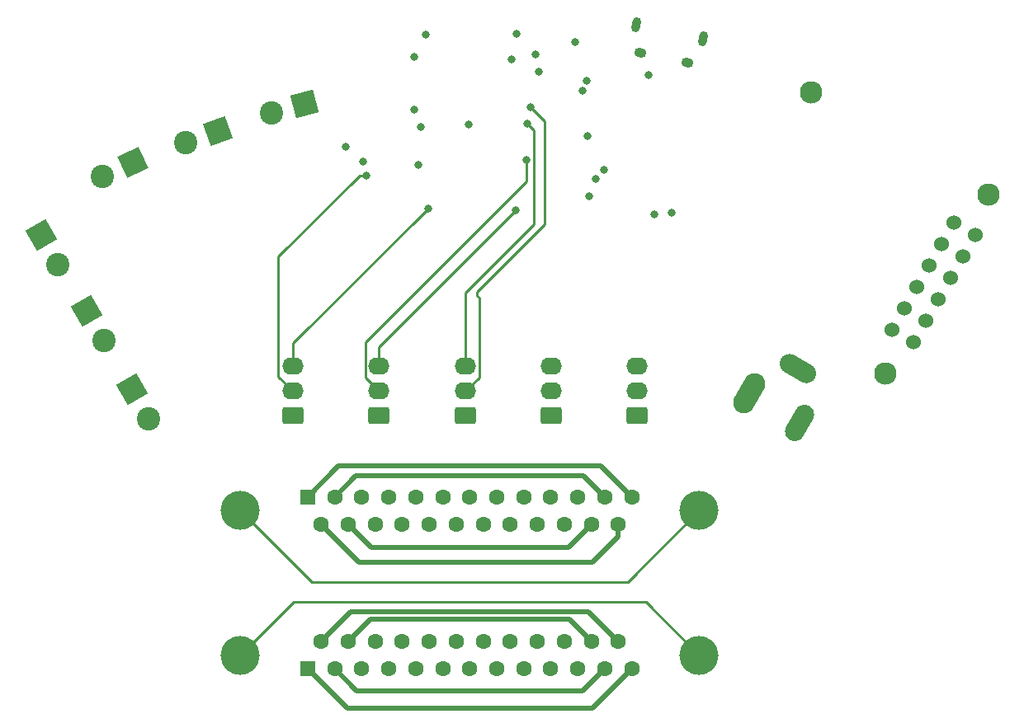
<source format=gbr>
%TF.GenerationSoftware,KiCad,Pcbnew,(6.0.0-0)*%
%TF.CreationDate,2022-12-05T14:38:01-05:00*%
%TF.ProjectId,Dome_Plate_Controller_V1,446f6d65-5f50-46c6-9174-655f436f6e74,rev?*%
%TF.SameCoordinates,Original*%
%TF.FileFunction,Copper,L2,Inr*%
%TF.FilePolarity,Positive*%
%FSLAX46Y46*%
G04 Gerber Fmt 4.6, Leading zero omitted, Abs format (unit mm)*
G04 Created by KiCad (PCBNEW (6.0.0-0)) date 2022-12-05 14:38:01*
%MOMM*%
%LPD*%
G01*
G04 APERTURE LIST*
G04 Aperture macros list*
%AMRoundRect*
0 Rectangle with rounded corners*
0 $1 Rounding radius*
0 $2 $3 $4 $5 $6 $7 $8 $9 X,Y pos of 4 corners*
0 Add a 4 corners polygon primitive as box body*
4,1,4,$2,$3,$4,$5,$6,$7,$8,$9,$2,$3,0*
0 Add four circle primitives for the rounded corners*
1,1,$1+$1,$2,$3*
1,1,$1+$1,$4,$5*
1,1,$1+$1,$6,$7*
1,1,$1+$1,$8,$9*
0 Add four rect primitives between the rounded corners*
20,1,$1+$1,$2,$3,$4,$5,0*
20,1,$1+$1,$4,$5,$6,$7,0*
20,1,$1+$1,$6,$7,$8,$9,0*
20,1,$1+$1,$8,$9,$2,$3,0*%
%AMHorizOval*
0 Thick line with rounded ends*
0 $1 width*
0 $2 $3 position (X,Y) of the first rounded end (center of the circle)*
0 $4 $5 position (X,Y) of the second rounded end (center of the circle)*
0 Add line between two ends*
20,1,$1,$2,$3,$4,$5,0*
0 Add two circle primitives to create the rounded ends*
1,1,$1,$2,$3*
1,1,$1,$4,$5*%
%AMRotRect*
0 Rectangle, with rotation*
0 The origin of the aperture is its center*
0 $1 length*
0 $2 width*
0 $3 Rotation angle, in degrees counterclockwise*
0 Add horizontal line*
21,1,$1,$2,0,0,$3*%
G04 Aperture macros list end*
%TA.AperFunction,ComponentPad*%
%ADD10HorizOval,2.200000X0.550000X0.952628X-0.550000X-0.952628X0*%
%TD*%
%TA.AperFunction,ComponentPad*%
%ADD11HorizOval,2.000000X0.500000X0.866025X-0.500000X-0.866025X0*%
%TD*%
%TA.AperFunction,ComponentPad*%
%ADD12HorizOval,2.000000X-0.866025X0.500000X0.866025X-0.500000X0*%
%TD*%
%TA.AperFunction,ComponentPad*%
%ADD13RotRect,2.400000X2.400000X300.000000*%
%TD*%
%TA.AperFunction,ComponentPad*%
%ADD14C,2.400000*%
%TD*%
%TA.AperFunction,ComponentPad*%
%ADD15RotRect,2.400000X2.400000X195.000000*%
%TD*%
%TA.AperFunction,ComponentPad*%
%ADD16C,1.524000*%
%TD*%
%TA.AperFunction,ComponentPad*%
%ADD17C,2.300000*%
%TD*%
%TA.AperFunction,ComponentPad*%
%ADD18RoundRect,0.250000X0.845000X-0.620000X0.845000X0.620000X-0.845000X0.620000X-0.845000X-0.620000X0*%
%TD*%
%TA.AperFunction,ComponentPad*%
%ADD19O,2.190000X1.740000*%
%TD*%
%TA.AperFunction,ComponentPad*%
%ADD20C,4.000000*%
%TD*%
%TA.AperFunction,ComponentPad*%
%ADD21R,1.600000X1.600000*%
%TD*%
%TA.AperFunction,ComponentPad*%
%ADD22C,1.600000*%
%TD*%
%TA.AperFunction,ComponentPad*%
%ADD23RotRect,2.400000X2.400000X200.000000*%
%TD*%
%TA.AperFunction,ComponentPad*%
%ADD24HorizOval,0.950000X-0.146722X0.031187X0.146722X-0.031187X0*%
%TD*%
%TA.AperFunction,ComponentPad*%
%ADD25HorizOval,0.890000X0.068611X0.322789X-0.068611X-0.322789X0*%
%TD*%
%TA.AperFunction,ComponentPad*%
%ADD26RotRect,2.400000X2.400000X205.000000*%
%TD*%
%TA.AperFunction,ViaPad*%
%ADD27C,0.800000*%
%TD*%
%TA.AperFunction,Conductor*%
%ADD28C,0.254000*%
%TD*%
%TA.AperFunction,Conductor*%
%ADD29C,0.250000*%
%TD*%
%TA.AperFunction,Conductor*%
%ADD30C,0.500000*%
%TD*%
G04 APERTURE END LIST*
D10*
%TO.N,+12V*%
%TO.C,J14*%
X128553848Y-122190000D03*
D11*
%TO.N,GND*%
X133750000Y-125190000D03*
D12*
X133501924Y-119619681D03*
%TD*%
D13*
%TO.N,GND*%
%TO.C,J5*%
X55870000Y-105900000D03*
D14*
%TO.N,+12V*%
X57620000Y-108931089D03*
%TD*%
D13*
%TO.N,GND*%
%TO.C,J6*%
X60600000Y-113710000D03*
D14*
%TO.N,+12V*%
X62350000Y-116741089D03*
%TD*%
D15*
%TO.N,GND*%
%TO.C,J9*%
X82880000Y-92430000D03*
D14*
%TO.N,+5V*%
X79499260Y-93335867D03*
%TD*%
D16*
%TO.N,+5V*%
%TO.C,U6*%
X145418670Y-116899261D03*
%TO.N,GND*%
X146688670Y-114699557D03*
X147958670Y-112499852D03*
%TO.N,+12V*%
X149228670Y-110300148D03*
%TO.N,unconnected-(U6-Pad5)*%
X150498670Y-108100443D03*
%TO.N,unconnected-(U6-Pad6)*%
X151768670Y-105900739D03*
%TO.N,unconnected-(U6-Pad7)*%
X149568966Y-104630739D03*
%TO.N,unconnected-(U6-Pad8)*%
X148298966Y-106830443D03*
%TO.N,+12V*%
X147028966Y-109030148D03*
%TO.N,GND*%
X145758966Y-111229852D03*
X144488966Y-113429557D03*
%TO.N,+5V*%
X143218966Y-115629261D03*
D17*
%TO.N,N/C*%
X142488267Y-120114869D03*
X153088267Y-101755131D03*
X134901733Y-91255131D03*
%TD*%
D18*
%TO.N,GND*%
%TO.C,J4*%
X81730000Y-124470000D03*
D19*
%TO.N,RX_US*%
X81730000Y-121930000D03*
%TO.N,TX_US*%
X81730000Y-119390000D03*
%TD*%
D20*
%TO.N,unconnected-(J13-Pad0)*%
%TO.C,J13*%
X76320000Y-149049338D03*
X123420000Y-149049338D03*
D21*
%TO.N,+12V*%
X83250000Y-150469338D03*
D22*
X86020000Y-150469338D03*
%TO.N,GND*%
X88790000Y-150469338D03*
X91560000Y-150469338D03*
%TO.N,VBUS_DC*%
X94330000Y-150469338D03*
%TO.N,D-_DC*%
X97100000Y-150469338D03*
%TO.N,unconnected-(J13-Pad7)*%
X99870000Y-150469338D03*
%TO.N,unconnected-(J13-Pad8)*%
X102640000Y-150469338D03*
%TO.N,unconnected-(J13-Pad9)*%
X105410000Y-150469338D03*
%TO.N,GND*%
X108180000Y-150469338D03*
X110950000Y-150469338D03*
%TO.N,+12V*%
X113720000Y-150469338D03*
X116490000Y-150469338D03*
X84635000Y-147629338D03*
X87405000Y-147629338D03*
%TO.N,GND*%
X90175000Y-147629338D03*
X92945000Y-147629338D03*
%TO.N,GND_DC*%
X95715000Y-147629338D03*
%TO.N,D+_DC*%
X98485000Y-147629338D03*
%TO.N,unconnected-(J13-Pad20)*%
X101255000Y-147629338D03*
%TO.N,unconnected-(J13-Pad21)*%
X104025000Y-147629338D03*
%TO.N,GND*%
X106795000Y-147629338D03*
X109565000Y-147629338D03*
%TO.N,+12V*%
X112335000Y-147629338D03*
X115105000Y-147629338D03*
%TD*%
D23*
%TO.N,GND*%
%TO.C,J7*%
X74020000Y-95220000D03*
D14*
%TO.N,+5V*%
X70731076Y-96417071D03*
%TD*%
D18*
%TO.N,GND*%
%TO.C,J12*%
X90565000Y-124470000D03*
D19*
%TO.N,RX_FU*%
X90565000Y-121930000D03*
%TO.N,TX_FU*%
X90565000Y-119390000D03*
%TD*%
D20*
%TO.N,unconnected-(J2-Pad0)*%
%TO.C,J2*%
X76320000Y-134199338D03*
X123420000Y-134199338D03*
D21*
%TO.N,+12V*%
X83250000Y-132779338D03*
D22*
X86020000Y-132779338D03*
%TO.N,GND*%
X88790000Y-132779338D03*
X91560000Y-132779338D03*
%TO.N,VBUS_DC*%
X94330000Y-132779338D03*
%TO.N,D-_DC*%
X97100000Y-132779338D03*
%TO.N,unconnected-(J2-Pad7)*%
X99870000Y-132779338D03*
%TO.N,GND*%
X102640000Y-132779338D03*
%TO.N,D+*%
X105410000Y-132779338D03*
%TO.N,GND*%
X108180000Y-132779338D03*
X110950000Y-132779338D03*
%TO.N,+12V*%
X113720000Y-132779338D03*
X116490000Y-132779338D03*
X84635000Y-135619338D03*
X87405000Y-135619338D03*
%TO.N,GND*%
X90175000Y-135619338D03*
X92945000Y-135619338D03*
%TO.N,GND_DC*%
X95715000Y-135619338D03*
%TO.N,D+_DC*%
X98485000Y-135619338D03*
%TO.N,VBUS*%
X101255000Y-135619338D03*
%TO.N,D-*%
X104025000Y-135619338D03*
%TO.N,GND*%
X106795000Y-135619338D03*
X109565000Y-135619338D03*
%TO.N,+12V*%
X112335000Y-135619338D03*
X115105000Y-135619338D03*
%TD*%
D18*
%TO.N,GND*%
%TO.C,J15*%
X99400000Y-124470000D03*
D19*
%TO.N,RX_FU2*%
X99400000Y-121930000D03*
%TO.N,TX_FU2*%
X99400000Y-119390000D03*
%TD*%
D13*
%TO.N,GND*%
%TO.C,J3*%
X65180000Y-121750000D03*
D14*
%TO.N,+12V*%
X66930000Y-124781089D03*
%TD*%
D24*
%TO.N,unconnected-(J1-Pad6)*%
%TO.C,J1*%
X117343555Y-87149627D03*
D25*
X116926769Y-84300717D03*
D24*
X122234293Y-88189186D03*
D25*
X123773802Y-85756099D03*
%TD*%
D26*
%TO.N,GND*%
%TO.C,J8*%
X65330000Y-98420000D03*
D14*
%TO.N,+5V*%
X62157923Y-99899164D03*
%TD*%
D18*
%TO.N,GND*%
%TO.C,J10*%
X117070000Y-124470000D03*
D19*
%TO.N,RX_FU4*%
X117070000Y-121930000D03*
%TO.N,TX_FU4*%
X117070000Y-119390000D03*
%TD*%
D18*
%TO.N,GND*%
%TO.C,J11*%
X108235000Y-124470000D03*
D19*
%TO.N,RX_FU3*%
X108235000Y-121930000D03*
%TO.N,TX_FU3*%
X108235000Y-119390000D03*
%TD*%
D27*
%TO.N,RX_FU*%
X105670000Y-98200000D03*
%TO.N,GND*%
X118250000Y-89490000D03*
X95340000Y-85290000D03*
X112110000Y-101880000D03*
X94630000Y-98660000D03*
X99800000Y-94520000D03*
X104700000Y-85260000D03*
%TO.N,+3.3V*%
X111870000Y-90050000D03*
X87185000Y-96815000D03*
X111970000Y-95700000D03*
%TO.N,D-*%
X120570000Y-103640000D03*
%TO.N,D+*%
X118845000Y-103755000D03*
%TO.N,+5V*%
X110720000Y-86060000D03*
%TO.N,RX_US*%
X89300000Y-99760000D03*
%TO.N,TX_US*%
X95580000Y-103170000D03*
%TO.N,TX_FU*%
X104590000Y-103380000D03*
%TO.N,RX_FU4*%
X88960000Y-98360000D03*
%TO.N,TX_FU4*%
X94860000Y-94840000D03*
%TO.N,RX_FU3*%
X94160000Y-93030000D03*
%TO.N,TXD0*%
X106630000Y-87380000D03*
X113660000Y-99190000D03*
%TO.N,RXD0*%
X106980000Y-89170000D03*
X112780000Y-100150000D03*
%TO.N,TX_FU3*%
X104190000Y-87830000D03*
%TO.N,RESET*%
X94150000Y-87630000D03*
X111420000Y-91080000D03*
%TO.N,RX_FU2*%
X106140000Y-92800000D03*
%TO.N,TX_FU2*%
X105780000Y-94480000D03*
%TD*%
D28*
%TO.N,RX_FU*%
X105670000Y-100410000D02*
X105670000Y-98200000D01*
X89143480Y-116936520D02*
X105670000Y-100410000D01*
X90565000Y-121930000D02*
X89143480Y-120508480D01*
X89143480Y-120508480D02*
X89143480Y-116936520D01*
D29*
%TO.N,unconnected-(J2-Pad0)*%
X76320000Y-134199338D02*
X83662662Y-141542000D01*
X83662662Y-141542000D02*
X116077338Y-141542000D01*
X116077338Y-141542000D02*
X123420000Y-134199338D01*
D28*
%TO.N,RX_US*%
X80220000Y-120420000D02*
X80220000Y-108127443D01*
X88587443Y-99760000D02*
X89300000Y-99760000D01*
X80220000Y-108127443D02*
X88587443Y-99760000D01*
X81730000Y-121930000D02*
X80220000Y-120420000D01*
%TO.N,TX_US*%
X81730000Y-119390000D02*
X81730000Y-117020000D01*
X81730000Y-117020000D02*
X95580000Y-103170000D01*
%TO.N,TX_FU*%
X90565000Y-119390000D02*
X90565000Y-117405000D01*
X90565000Y-117405000D02*
X104590000Y-103380000D01*
D30*
%TO.N,+12V*%
X109968338Y-137986000D02*
X112335000Y-135619338D01*
X89682338Y-145352000D02*
X110057662Y-145352000D01*
X115105000Y-136897000D02*
X112492000Y-139510000D01*
X115105000Y-135619338D02*
X115105000Y-136897000D01*
X89771662Y-137986000D02*
X109968338Y-137986000D01*
X111560662Y-130620000D02*
X113720000Y-132779338D01*
X116490000Y-150469338D02*
X112463338Y-154496000D01*
X113314662Y-129604000D02*
X86425338Y-129604000D01*
X87674338Y-144590000D02*
X84635000Y-147629338D01*
X87276662Y-154496000D02*
X83250000Y-150469338D01*
X87405000Y-135619338D02*
X89771662Y-137986000D01*
X110057662Y-145352000D02*
X112335000Y-147629338D01*
X112492000Y-139510000D02*
X88525662Y-139510000D01*
X88268662Y-152718000D02*
X111471338Y-152718000D01*
X111471338Y-152718000D02*
X113720000Y-150469338D01*
X86020000Y-132779338D02*
X88179338Y-130620000D01*
X88179338Y-130620000D02*
X111560662Y-130620000D01*
X116490000Y-132779338D02*
X113314662Y-129604000D01*
X87405000Y-147629338D02*
X89682338Y-145352000D01*
X112463338Y-154496000D02*
X87276662Y-154496000D01*
X115105000Y-147629338D02*
X112065662Y-144590000D01*
X88525662Y-139510000D02*
X84635000Y-135619338D01*
X86425338Y-129604000D02*
X83250000Y-132779338D01*
X112065662Y-144590000D02*
X87674338Y-144590000D01*
X86020000Y-150469338D02*
X88268662Y-152718000D01*
D28*
%TO.N,RX_FU2*%
X100630000Y-111740000D02*
X107580000Y-104790000D01*
X100821520Y-112361520D02*
X100630000Y-112170000D01*
X99400000Y-121930000D02*
X100821520Y-120508480D01*
X107580000Y-104790000D02*
X107580000Y-94240000D01*
X107580000Y-94240000D02*
X106140000Y-92800000D01*
X100821520Y-120508480D02*
X100821520Y-112361520D01*
X100630000Y-112170000D02*
X100630000Y-111740000D01*
%TO.N,TX_FU2*%
X99400000Y-111830000D02*
X106440000Y-104790000D01*
X106440000Y-95140000D02*
X105780000Y-94480000D01*
X106440000Y-104790000D02*
X106440000Y-95140000D01*
X99400000Y-119390000D02*
X99400000Y-111830000D01*
D29*
%TO.N,unconnected-(J13-Pad0)*%
X123420000Y-149049338D02*
X117944662Y-143574000D01*
X117944662Y-143574000D02*
X81795338Y-143574000D01*
X81795338Y-143574000D02*
X76320000Y-149049338D01*
%TD*%
M02*

</source>
